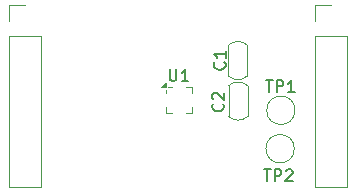
<source format=gbr>
%TF.GenerationSoftware,KiCad,Pcbnew,8.0.8-8.0.8-0~ubuntu24.04.1*%
%TF.CreationDate,2025-02-16T19:55:32+01:00*%
%TF.ProjectId,LIS2HH12TR-devboard,4c495332-4848-4313-9254-522d64657662,rev?*%
%TF.SameCoordinates,Original*%
%TF.FileFunction,Legend,Top*%
%TF.FilePolarity,Positive*%
%FSLAX46Y46*%
G04 Gerber Fmt 4.6, Leading zero omitted, Abs format (unit mm)*
G04 Created by KiCad (PCBNEW 8.0.8-8.0.8-0~ubuntu24.04.1) date 2025-02-16 19:55:32*
%MOMM*%
%LPD*%
G01*
G04 APERTURE LIST*
%ADD10C,0.150000*%
%ADD11C,0.120000*%
G04 APERTURE END LIST*
D10*
X198859580Y-95241666D02*
X198907200Y-95289285D01*
X198907200Y-95289285D02*
X198954819Y-95432142D01*
X198954819Y-95432142D02*
X198954819Y-95527380D01*
X198954819Y-95527380D02*
X198907200Y-95670237D01*
X198907200Y-95670237D02*
X198811961Y-95765475D01*
X198811961Y-95765475D02*
X198716723Y-95813094D01*
X198716723Y-95813094D02*
X198526247Y-95860713D01*
X198526247Y-95860713D02*
X198383390Y-95860713D01*
X198383390Y-95860713D02*
X198192914Y-95813094D01*
X198192914Y-95813094D02*
X198097676Y-95765475D01*
X198097676Y-95765475D02*
X198002438Y-95670237D01*
X198002438Y-95670237D02*
X197954819Y-95527380D01*
X197954819Y-95527380D02*
X197954819Y-95432142D01*
X197954819Y-95432142D02*
X198002438Y-95289285D01*
X198002438Y-95289285D02*
X198050057Y-95241666D01*
X198050057Y-94860713D02*
X198002438Y-94813094D01*
X198002438Y-94813094D02*
X197954819Y-94717856D01*
X197954819Y-94717856D02*
X197954819Y-94479761D01*
X197954819Y-94479761D02*
X198002438Y-94384523D01*
X198002438Y-94384523D02*
X198050057Y-94336904D01*
X198050057Y-94336904D02*
X198145295Y-94289285D01*
X198145295Y-94289285D02*
X198240533Y-94289285D01*
X198240533Y-94289285D02*
X198383390Y-94336904D01*
X198383390Y-94336904D02*
X198954819Y-94908332D01*
X198954819Y-94908332D02*
X198954819Y-94289285D01*
X202348095Y-100784819D02*
X202919523Y-100784819D01*
X202633809Y-101784819D02*
X202633809Y-100784819D01*
X203252857Y-101784819D02*
X203252857Y-100784819D01*
X203252857Y-100784819D02*
X203633809Y-100784819D01*
X203633809Y-100784819D02*
X203729047Y-100832438D01*
X203729047Y-100832438D02*
X203776666Y-100880057D01*
X203776666Y-100880057D02*
X203824285Y-100975295D01*
X203824285Y-100975295D02*
X203824285Y-101118152D01*
X203824285Y-101118152D02*
X203776666Y-101213390D01*
X203776666Y-101213390D02*
X203729047Y-101261009D01*
X203729047Y-101261009D02*
X203633809Y-101308628D01*
X203633809Y-101308628D02*
X203252857Y-101308628D01*
X204205238Y-100880057D02*
X204252857Y-100832438D01*
X204252857Y-100832438D02*
X204348095Y-100784819D01*
X204348095Y-100784819D02*
X204586190Y-100784819D01*
X204586190Y-100784819D02*
X204681428Y-100832438D01*
X204681428Y-100832438D02*
X204729047Y-100880057D01*
X204729047Y-100880057D02*
X204776666Y-100975295D01*
X204776666Y-100975295D02*
X204776666Y-101070533D01*
X204776666Y-101070533D02*
X204729047Y-101213390D01*
X204729047Y-101213390D02*
X204157619Y-101784819D01*
X204157619Y-101784819D02*
X204776666Y-101784819D01*
X194360595Y-92302319D02*
X194360595Y-93111842D01*
X194360595Y-93111842D02*
X194408214Y-93207080D01*
X194408214Y-93207080D02*
X194455833Y-93254700D01*
X194455833Y-93254700D02*
X194551071Y-93302319D01*
X194551071Y-93302319D02*
X194741547Y-93302319D01*
X194741547Y-93302319D02*
X194836785Y-93254700D01*
X194836785Y-93254700D02*
X194884404Y-93207080D01*
X194884404Y-93207080D02*
X194932023Y-93111842D01*
X194932023Y-93111842D02*
X194932023Y-92302319D01*
X195932023Y-93302319D02*
X195360595Y-93302319D01*
X195646309Y-93302319D02*
X195646309Y-92302319D01*
X195646309Y-92302319D02*
X195551071Y-92445176D01*
X195551071Y-92445176D02*
X195455833Y-92540414D01*
X195455833Y-92540414D02*
X195360595Y-92588033D01*
X202508095Y-93236819D02*
X203079523Y-93236819D01*
X202793809Y-94236819D02*
X202793809Y-93236819D01*
X203412857Y-94236819D02*
X203412857Y-93236819D01*
X203412857Y-93236819D02*
X203793809Y-93236819D01*
X203793809Y-93236819D02*
X203889047Y-93284438D01*
X203889047Y-93284438D02*
X203936666Y-93332057D01*
X203936666Y-93332057D02*
X203984285Y-93427295D01*
X203984285Y-93427295D02*
X203984285Y-93570152D01*
X203984285Y-93570152D02*
X203936666Y-93665390D01*
X203936666Y-93665390D02*
X203889047Y-93713009D01*
X203889047Y-93713009D02*
X203793809Y-93760628D01*
X203793809Y-93760628D02*
X203412857Y-93760628D01*
X204936666Y-94236819D02*
X204365238Y-94236819D01*
X204650952Y-94236819D02*
X204650952Y-93236819D01*
X204650952Y-93236819D02*
X204555714Y-93379676D01*
X204555714Y-93379676D02*
X204460476Y-93474914D01*
X204460476Y-93474914D02*
X204365238Y-93522533D01*
X198989580Y-91711666D02*
X199037200Y-91759285D01*
X199037200Y-91759285D02*
X199084819Y-91902142D01*
X199084819Y-91902142D02*
X199084819Y-91997380D01*
X199084819Y-91997380D02*
X199037200Y-92140237D01*
X199037200Y-92140237D02*
X198941961Y-92235475D01*
X198941961Y-92235475D02*
X198846723Y-92283094D01*
X198846723Y-92283094D02*
X198656247Y-92330713D01*
X198656247Y-92330713D02*
X198513390Y-92330713D01*
X198513390Y-92330713D02*
X198322914Y-92283094D01*
X198322914Y-92283094D02*
X198227676Y-92235475D01*
X198227676Y-92235475D02*
X198132438Y-92140237D01*
X198132438Y-92140237D02*
X198084819Y-91997380D01*
X198084819Y-91997380D02*
X198084819Y-91902142D01*
X198084819Y-91902142D02*
X198132438Y-91759285D01*
X198132438Y-91759285D02*
X198180057Y-91711666D01*
X199084819Y-90759285D02*
X199084819Y-91330713D01*
X199084819Y-91044999D02*
X198084819Y-91044999D01*
X198084819Y-91044999D02*
X198227676Y-91140237D01*
X198227676Y-91140237D02*
X198322914Y-91235475D01*
X198322914Y-91235475D02*
X198370533Y-91330713D01*
D11*
%TO.C,C2*%
X199349998Y-93700000D02*
X199350000Y-96300000D01*
X200950002Y-96300000D02*
X200950000Y-93700000D01*
X199349998Y-93700000D02*
G75*
G02*
X200950000Y-93700000I800001J-840224D01*
G01*
X200950002Y-96300000D02*
G75*
G02*
X199350000Y-96300000I-800001J840224D01*
G01*
%TO.C,TP2*%
X204910000Y-99030000D02*
G75*
G02*
X202510000Y-99030000I-1200000J0D01*
G01*
X202510000Y-99030000D02*
G75*
G02*
X204910000Y-99030000I1200000J0D01*
G01*
%TO.C,U1*%
X194022500Y-93822500D02*
X194022500Y-93822500D01*
X194022500Y-94322500D02*
X194022500Y-94022500D01*
X194022500Y-95522500D02*
X194022500Y-95522500D01*
X194022500Y-96022500D02*
X194022500Y-95522500D01*
X194522500Y-93822500D02*
X194222500Y-93822500D01*
X194522500Y-96022500D02*
X194022500Y-96022500D01*
X195722500Y-93822500D02*
X196222500Y-93822500D01*
X195722500Y-96022500D02*
X195722500Y-96022500D01*
X196222500Y-93822500D02*
X196222500Y-94322500D01*
X196222500Y-94322500D02*
X196222500Y-94322500D01*
X196222500Y-95522500D02*
X196222500Y-96022500D01*
X196222500Y-96022500D02*
X195722500Y-96022500D01*
X194022500Y-93822500D02*
X193662500Y-93822500D01*
X194022500Y-93462500D01*
X194022500Y-93822500D01*
G36*
X194022500Y-93822500D02*
G01*
X193662500Y-93822500D01*
X194022500Y-93462500D01*
X194022500Y-93822500D01*
G37*
%TO.C,TP1*%
X204970000Y-95780000D02*
G75*
G02*
X202570000Y-95780000I-1200000J0D01*
G01*
X202570000Y-95780000D02*
G75*
G02*
X204970000Y-95780000I1200000J0D01*
G01*
%TO.C,J2*%
X206670000Y-86890000D02*
X208000000Y-86890000D01*
X206670000Y-88220000D02*
X206670000Y-86890000D01*
X206670000Y-89490000D02*
X206670000Y-102250000D01*
X206670000Y-89490000D02*
X209330000Y-89490000D01*
X206670000Y-102250000D02*
X209330000Y-102250000D01*
X209330000Y-89490000D02*
X209330000Y-102250000D01*
%TO.C,J1*%
X180770000Y-86890000D02*
X182100000Y-86890000D01*
X180770000Y-88220000D02*
X180770000Y-86890000D01*
X180770000Y-89490000D02*
X180770000Y-102250000D01*
X180770000Y-89490000D02*
X183430000Y-89490000D01*
X180770000Y-102250000D02*
X183430000Y-102250000D01*
X183430000Y-89490000D02*
X183430000Y-102250000D01*
%TO.C,C1*%
X200930002Y-92870000D02*
X200930000Y-90270000D01*
X199329998Y-90270000D02*
X199330000Y-92870000D01*
X200930002Y-92870000D02*
G75*
G02*
X199330000Y-92870000I-800001J840224D01*
G01*
X199329998Y-90270000D02*
G75*
G02*
X200930000Y-90270000I800001J-840224D01*
G01*
%TD*%
M02*

</source>
